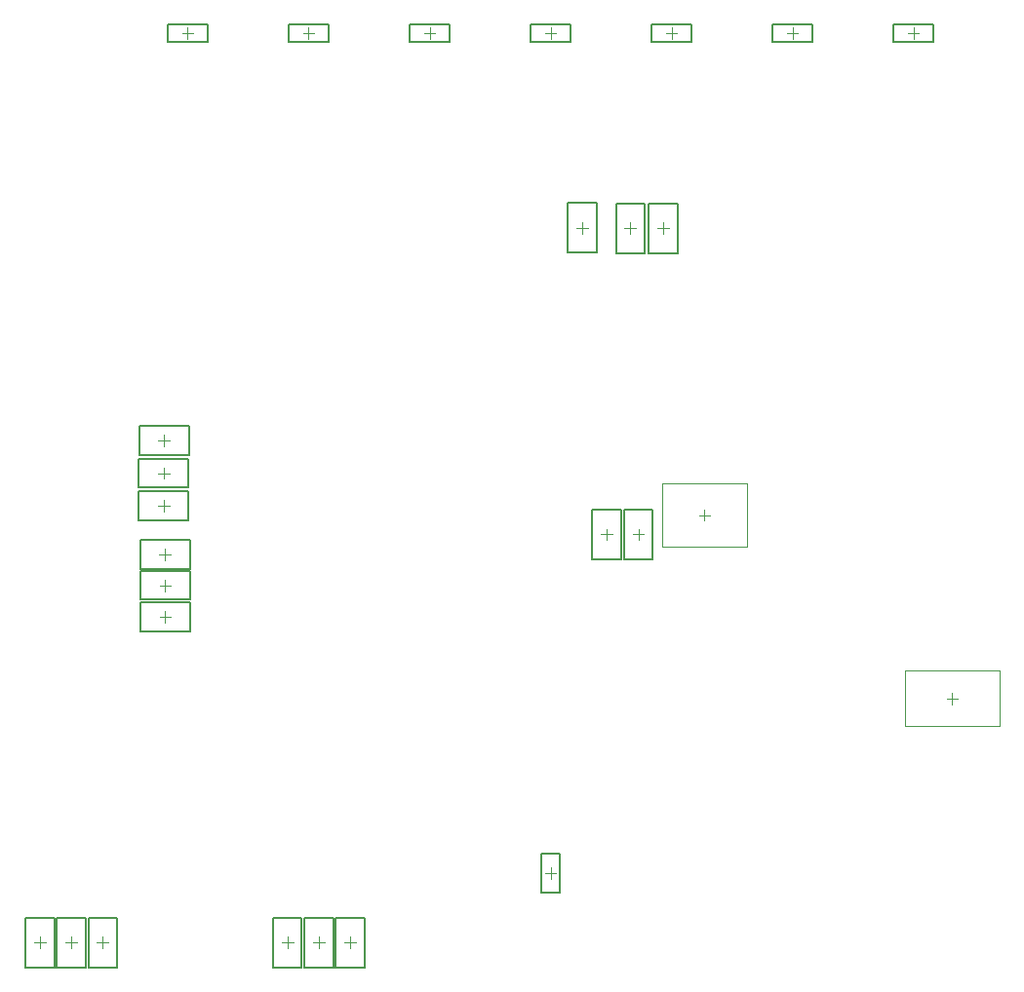
<source format=gbr>
%TF.GenerationSoftware,Altium Limited,Altium Designer,21.6.4 (81)*%
G04 Layer_Color=32768*
%FSLAX43Y43*%
%MOMM*%
%TF.SameCoordinates,6460C9BA-4ACB-47D4-91E6-0B69D92CFE26*%
%TF.FilePolarity,Positive*%
%TF.FileFunction,Other,Mechanical_15*%
%TF.Part,Single*%
G01*
G75*
%TA.AperFunction,NonConductor*%
%ADD41C,0.200*%
%ADD48C,0.050*%
%ADD49C,0.100*%
D41*
X49725Y20300D02*
X51275D01*
Y23700D01*
X49725D02*
X51275D01*
X49725Y20300D02*
Y23700D01*
X56171Y75896D02*
Y80204D01*
X58679D01*
Y75896D02*
Y80204D01*
X56171Y75896D02*
X58679D01*
X14896Y43046D02*
X19204D01*
X14896D02*
Y45554D01*
X19204D01*
Y43046D02*
Y45554D01*
X14895Y45771D02*
X19203D01*
X14895D02*
Y48279D01*
X19203D01*
Y45771D02*
Y48279D01*
X14871Y48471D02*
X19179D01*
X14871D02*
Y50979D01*
X19179D01*
Y48471D02*
Y50979D01*
X14796Y60879D02*
X19104D01*
Y58371D02*
Y60879D01*
X14796Y58371D02*
X19104D01*
X14796D02*
Y60879D01*
X14746Y55179D02*
X19054D01*
Y52671D02*
Y55179D01*
X14746Y52671D02*
X19054D01*
X14746D02*
Y55179D01*
Y58029D02*
X19054D01*
Y55521D02*
Y58029D01*
X14746Y55521D02*
X19054D01*
X14746D02*
Y58029D01*
X56871Y53604D02*
X59379D01*
X56871Y49296D02*
Y53604D01*
Y49296D02*
X59379D01*
Y53604D01*
X54121D02*
X56629D01*
X54121Y49296D02*
Y53604D01*
Y49296D02*
X56629D01*
Y53604D01*
X51996Y80254D02*
X54504D01*
X51996Y75946D02*
Y80254D01*
Y75946D02*
X54504D01*
Y80254D01*
X59046Y75896D02*
X61554D01*
Y80204D01*
X59046D02*
X61554D01*
X59046Y75896D02*
Y80204D01*
X12879Y13846D02*
Y18154D01*
X10371Y13846D02*
X12879D01*
X10371D02*
Y18154D01*
X12879D01*
X7429Y13846D02*
Y18154D01*
X4921Y13846D02*
X7429D01*
X4921D02*
Y18154D01*
X7429D01*
X10154Y13846D02*
Y18154D01*
X7646Y13846D02*
X10154D01*
X7646D02*
Y18154D01*
X10154D01*
X31654Y13846D02*
Y18154D01*
X29146Y13846D02*
X31654D01*
X29146D02*
Y18154D01*
X31654D01*
X34379Y13846D02*
Y18154D01*
X31871Y13846D02*
X34379D01*
X31871D02*
Y18154D01*
X34379D01*
X28904Y13846D02*
Y18154D01*
X26396Y13846D02*
X28904D01*
X26396D02*
Y18154D01*
X28904D01*
X41700Y94225D02*
Y95775D01*
X38300D02*
X41700D01*
X38300Y94225D02*
Y95775D01*
Y94225D02*
X41700D01*
X20700D02*
Y95775D01*
X17300D02*
X20700D01*
X17300Y94225D02*
Y95775D01*
Y94225D02*
X20700D01*
X83700D02*
Y95775D01*
X80300D02*
X83700D01*
X80300Y94225D02*
Y95775D01*
Y94225D02*
X83700D01*
X52200D02*
Y95775D01*
X48800D02*
X52200D01*
X48800Y94225D02*
Y95775D01*
Y94225D02*
X52200D01*
X62700D02*
Y95775D01*
X59300D02*
X62700D01*
X59300Y94225D02*
Y95775D01*
Y94225D02*
X62700D01*
X31200D02*
Y95775D01*
X27800D02*
X31200D01*
X27800Y94225D02*
Y95775D01*
Y94225D02*
X31200D01*
X73200D02*
Y95775D01*
X69800D02*
X73200D01*
X69800Y94225D02*
Y95775D01*
Y94225D02*
X73200D01*
D48*
X67575Y50385D02*
Y55885D01*
X60175Y50385D02*
Y55885D01*
Y50385D02*
X67575D01*
X60175Y55885D02*
X67575D01*
X81275Y34800D02*
X89475D01*
X81275Y39600D02*
X89475D01*
Y34800D02*
Y39600D01*
X81275Y34800D02*
Y39600D01*
D49*
X50000Y22000D02*
X51000D01*
X50500Y21500D02*
Y22500D01*
X57425Y77550D02*
Y78550D01*
X56925Y78050D02*
X57925D01*
X16550Y44300D02*
X17550D01*
X17050Y43800D02*
Y44800D01*
X16549Y47025D02*
X17549D01*
X17049Y46525D02*
Y47525D01*
X16525Y49725D02*
X17525D01*
X17025Y49225D02*
Y50225D01*
X16450Y59625D02*
X17450D01*
X16950Y59125D02*
Y60125D01*
X16400Y53925D02*
X17400D01*
X16900Y53425D02*
Y54425D01*
X16400Y56775D02*
X17400D01*
X16900Y56275D02*
Y57275D01*
X63375Y53135D02*
X64375D01*
X63875Y52635D02*
Y53635D01*
X57625Y51450D02*
X58625D01*
X58125Y50950D02*
Y51950D01*
X54875Y51450D02*
X55875D01*
X55375Y50950D02*
Y51950D01*
X85375Y36700D02*
Y37700D01*
X84875Y37200D02*
X85875D01*
X52750Y78100D02*
X53750D01*
X53250Y77600D02*
Y78600D01*
X59800Y78050D02*
X60800D01*
X60300Y77550D02*
Y78550D01*
X11625Y15500D02*
Y16500D01*
X11125Y16000D02*
X12125D01*
X6175Y15500D02*
Y16500D01*
X5675Y16000D02*
X6675D01*
X8900Y15500D02*
Y16500D01*
X8400Y16000D02*
X9400D01*
X30400Y15500D02*
Y16500D01*
X29900Y16000D02*
X30900D01*
X33125Y15500D02*
Y16500D01*
X32625Y16000D02*
X33625D01*
X27650Y15500D02*
Y16500D01*
X27150Y16000D02*
X28150D01*
X40000Y94500D02*
Y95500D01*
X39500Y95000D02*
X40500D01*
X19000Y94500D02*
Y95500D01*
X18500Y95000D02*
X19500D01*
X82000Y94500D02*
Y95500D01*
X81500Y95000D02*
X82500D01*
X50500Y94500D02*
Y95500D01*
X50000Y95000D02*
X51000D01*
X61000Y94500D02*
Y95500D01*
X60500Y95000D02*
X61500D01*
X29500Y94500D02*
Y95500D01*
X29000Y95000D02*
X30000D01*
X71500Y94500D02*
Y95500D01*
X71000Y95000D02*
X72000D01*
%TF.MD5,73dd9bf36ed2ecc2a4d6a0784ad9c3d9*%
M02*

</source>
